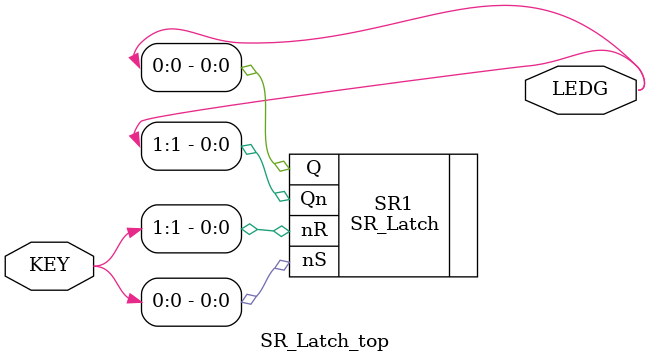
<source format=v>

module SR_Latch_top (
  input  [1:0] KEY,
  output [1:0] LEDG
);

  SR_Latch SR1 (
    .nS(KEY[0]),
    .nR(KEY[1]),
    .Q(LEDG[0]),
    .Qn(LEDG[1])
  );

endmodule

</source>
